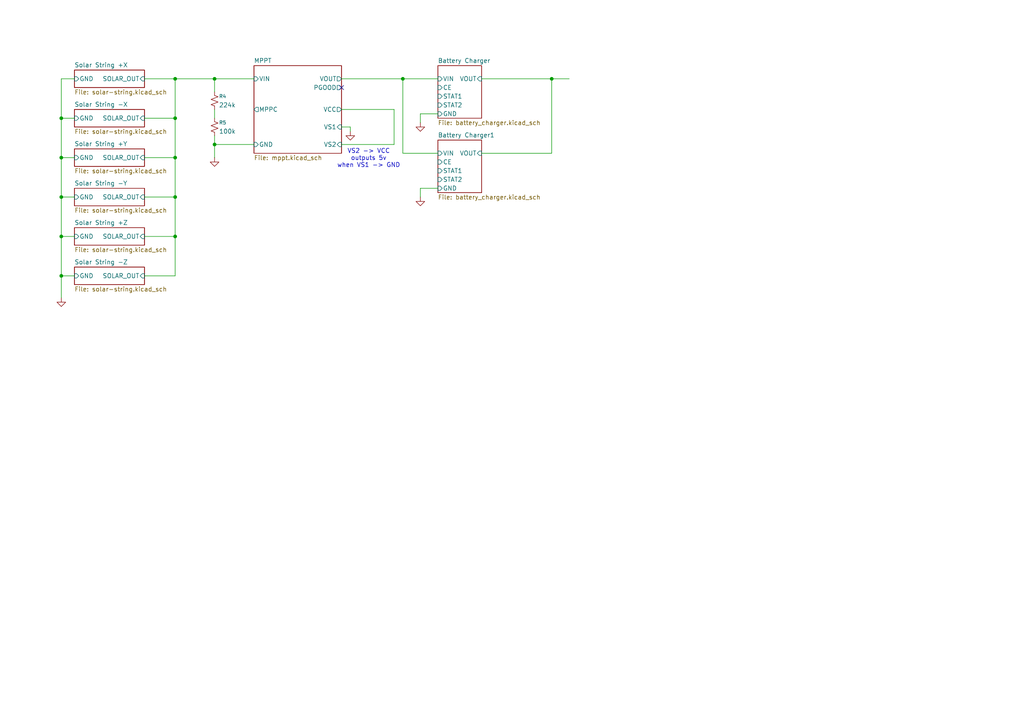
<source format=kicad_sch>
(kicad_sch (version 20250114) (generator "eeschema") (generator_version "9.0")
  (paper "A4")
  (title_block (title "SCRT Cubesat EPS") (date "2025-08-22") (rev "1") (company "OSU"))
  (lib_symbols
    (symbol "Device:R_Small_US" (pin_numbers (hide yes)) (pin_names (offset 0.254) (hide yes))
      (property "Reference" "R" (at 0.762 0.508 0))
      (property "Value" "R_Small_US" (at 0.762 -1.016 0))
      (symbol "R_Small_US_1_1"
        (polyline (pts (xy 0 1.524) (xy 1.016 1.143) (xy 0 0.762) (xy -1.016 0.381) (xy 0 0)))
        (polyline (pts (xy 0 0) (xy 1.016 -0.381) (xy 0 -0.762) (xy -1.016 -1.143) (xy 0 -1.524)))
        (pin passive line (at 0 2.54 270) (length 1.016) (name "~") (number "1"))
        (pin passive line (at 0 -2.54 90) (length 1.016) (name "~") (number "2"))
      )
    )
    (symbol "power:GND" (power) (pin_numbers (hide yes)) (pin_names (offset 0) (hide yes))
      (property "Value" "GND" (at 0 -3.81 0))
      (symbol "GND_0_1"
        (polyline (pts (xy 0 0) (xy 0 -1.27) (xy 1.27 -1.27) (xy 0 -2.54) (xy -1.27 -1.27) (xy 0 -1.27)))
      )
      (symbol "GND_1_1"
        (pin power_in line (at 0 0 270) (length 0) (name "~") (number "1"))
      )
    )
  )
  (text "VS2 -> VCC\noutputs 5v\nwhen VS1 -> GND" (at 106.934 45.974 0) (effects (font (size 1.27 1.27))))
  (junction (at 116.84 22.86))
  (junction (at 17.78 45.72))
  (junction (at 50.8 68.58))
  (junction (at 50.8 45.72))
  (junction (at 17.78 68.58))
  (junction (at 50.8 22.86))
  (junction (at 160.02 22.86))
  (junction (at 17.78 34.29))
  (junction (at 17.78 80.01))
  (junction (at 62.23 41.91))
  (junction (at 50.8 34.29))
  (junction (at 50.8 57.15))
  (junction (at 17.78 57.15))
  (junction (at 62.23 22.86))
  (no_connect (at 99.06 25.4))
  (wire (pts (xy 41.91 68.58) (xy 50.8 68.58)))
  (wire (pts (xy 99.06 36.83) (xy 101.6 36.83)))
  (wire (pts (xy 139.7 22.86) (xy 160.02 22.86)))
  (wire (pts (xy 160.02 22.86) (xy 165.1 22.86)))
  (wire (pts (xy 114.3 31.75) (xy 99.06 31.75)))
  (wire (pts (xy 17.78 57.15) (xy 17.78 68.58)))
  (wire (pts (xy 17.78 34.29) (xy 21.59 34.29)))
  (wire (pts (xy 17.78 57.15) (xy 21.59 57.15)))
  (wire (pts (xy 17.78 68.58) (xy 21.59 68.58)))
  (wire (pts (xy 121.92 54.61) (xy 121.92 57.15)))
  (wire (pts (xy 17.78 80.01) (xy 21.59 80.01)))
  (wire (pts (xy 50.8 68.58) (xy 50.8 57.15)))
  (wire (pts (xy 17.78 80.01) (xy 17.78 86.36)))
  (wire (pts (xy 114.3 41.91) (xy 114.3 31.75)))
  (wire (pts (xy 17.78 22.86) (xy 17.78 34.29)))
  (wire (pts (xy 62.23 45.72) (xy 62.23 41.91)))
  (wire (pts (xy 41.91 57.15) (xy 50.8 57.15)))
  (wire (pts (xy 62.23 22.86) (xy 73.66 22.86)))
  (wire (pts (xy 41.91 22.86) (xy 50.8 22.86)))
  (wire (pts (xy 17.78 34.29) (xy 17.78 45.72)))
  (wire (pts (xy 160.02 44.45) (xy 160.02 22.86)))
  (wire (pts (xy 121.92 33.02) (xy 127 33.02)))
  (wire (pts (xy 116.84 22.86) (xy 116.84 44.45)))
  (wire (pts (xy 50.8 22.86) (xy 62.23 22.86)))
  (wire (pts (xy 50.8 57.15) (xy 50.8 45.72)))
  (wire (pts (xy 139.7 44.45) (xy 160.02 44.45)))
  (wire (pts (xy 21.59 22.86) (xy 17.78 22.86)))
  (wire (pts (xy 116.84 44.45) (xy 127 44.45)))
  (wire (pts (xy 50.8 45.72) (xy 50.8 34.29)))
  (wire (pts (xy 17.78 45.72) (xy 21.59 45.72)))
  (wire (pts (xy 62.23 41.91) (xy 73.66 41.91)))
  (wire (pts (xy 127 54.61) (xy 121.92 54.61)))
  (wire (pts (xy 50.8 34.29) (xy 50.8 22.86)))
  (wire (pts (xy 99.06 41.91) (xy 114.3 41.91)))
  (wire (pts (xy 116.84 22.86) (xy 127 22.86)))
  (wire (pts (xy 101.6 36.83) (xy 101.6 38.1)))
  (wire (pts (xy 41.91 34.29) (xy 50.8 34.29)))
  (wire (pts (xy 62.23 31.75) (xy 62.23 34.29)))
  (wire (pts (xy 121.92 35.56) (xy 121.92 33.02)))
  (wire (pts (xy 62.23 39.37) (xy 62.23 41.91)))
  (wire (pts (xy 41.91 45.72) (xy 50.8 45.72)))
  (wire (pts (xy 50.8 80.01) (xy 50.8 68.58)))
  (wire (pts (xy 41.91 80.01) (xy 50.8 80.01)))
  (wire (pts (xy 99.06 22.86) (xy 116.84 22.86)))
  (wire (pts (xy 17.78 68.58) (xy 17.78 80.01)))
  (wire (pts (xy 62.23 22.86) (xy 62.23 26.67)))
  (wire (pts (xy 17.78 45.72) (xy 17.78 57.15)))
  (symbol (lib_id "power:GND") (at 17.78 86.36 0) (unit 1)
    (property "Reference" "#PWR01" (effects (hide yes)))
    (property "Value" "GND" (effects (hide yes)))
    (property "Description" "Power symbol creates a global label with name \"GND\" , ground" (effects (hide yes)))
  )
  (symbol (lib_id "Device:R_Small_US") (at 62.23 29.21 0) (unit 1)
    (property "Reference" "R4" (at 63.5 27.94 0) (effects (font (size 1.016 1.016)) (justify left)))
    (property "Value" "224k" (at 63.5 30.48 0) (effects (justify left)))
    (property "Description" "Resistor, small US symbol" (effects (hide yes)))
  )
  (symbol (lib_id "power:GND") (at 62.23 45.72 0) (unit 1)
    (property "Reference" "#PWR02" (effects (hide yes)))
    (property "Value" "GND" (effects (hide yes)))
    (property "Description" "Power symbol creates a global label with name \"GND\" , ground" (effects (hide yes)))
  )
  (symbol (lib_id "power:GND") (at 121.92 35.56 0) (unit 1)
    (property "Reference" "#PWR04" (effects (hide yes)))
    (property "Value" "GND" (effects (hide yes)))
    (property "Description" "Power symbol creates a global label with name \"GND\" , ground" (effects (hide yes)))
  )
  (symbol (lib_id "power:GND") (at 121.92 57.15 0) (unit 1)
    (property "Reference" "#PWR05" (effects (hide yes)))
    (property "Value" "GND" (effects (hide yes)))
    (property "Description" "Power symbol creates a global label with name \"GND\" , ground" (effects (hide yes)))
  )
  (symbol (lib_id "Device:R_Small_US") (at 62.23 36.83 0) (unit 1)
    (property "Reference" "R5" (at 63.5 35.56 0) (effects (font (size 1.016 1.016)) (justify left)))
    (property "Value" "100k" (at 63.5 38.1 0) (effects (justify left)))
    (property "Description" "Resistor, small US symbol" (effects (hide yes)))
  )
  (symbol (lib_id "power:GND") (at 101.6 38.1 0) (unit 1)
    (property "Reference" "#PWR03" (effects (hide yes)))
    (property "Value" "GND" (effects (hide yes)))
    (property "Description" "Power symbol creates a global label with name \"GND\" , ground" (effects (hide yes)))
  )
  (sheet (at 21.59 54.61) (size 20.32 5.08) (stroke (width 0.1524))
    (property "Sheetname" "Solar String -Y" (at 21.59 53.8984 0) (effects (justify left bottom)))
    (property "Sheetfile" "solar-string.kicad_sch" (at 21.59 60.2746 0) (effects (justify left top)))
    (pin "SOLAR_OUT" input (at 41.91 57.15 0))
    (pin "GND" input (at 21.59 57.15 180))
  )
  (sheet (at 21.59 31.75) (size 20.32 5.08) (stroke (width 0.1524))
    (property "Sheetname" "Solar String -X" (at 21.59 31.0384 0) (effects (justify left bottom)))
    (property "Sheetfile" "solar-string.kicad_sch" (at 21.59 37.4146 0) (effects (justify left top)))
    (pin "SOLAR_OUT" input (at 41.91 34.29 0))
    (pin "GND" input (at 21.59 34.29 180))
  )
  (sheet (at 127 40.64) (size 12.7 15.24) (stroke (width 0.1524))
    (property "Sheetname" "Battery Charger1" (at 127 39.9284 0) (effects (justify left bottom)))
    (property "Sheetfile" "battery_charger.kicad_sch" (at 127 56.4646 0) (effects (justify left top)))
    (pin "CE" input (at 127 46.99 180))
    (pin "STAT1" input (at 127 49.53 180))
    (pin "STAT2" input (at 127 52.07 180))
    (pin "VIN" input (at 127 44.45 180))
    (pin "VOUT" input (at 139.7 44.45 0))
    (pin "GND" input (at 127 54.61 180))
  )
  (sheet (at 21.59 77.47) (size 20.32 5.08) (stroke (width 0.1524))
    (property "Sheetname" "Solar String -Z" (at 21.59 76.7584 0) (effects (justify left bottom)))
    (property "Sheetfile" "solar-string.kicad_sch" (at 21.59 83.1346 0) (effects (justify left top)))
    (pin "SOLAR_OUT" input (at 41.91 80.01 0))
    (pin "GND" input (at 21.59 80.01 180))
  )
  (sheet (at 21.59 66.04) (size 20.32 5.08) (stroke (width 0.1524))
    (property "Sheetname" "Solar String +Z" (at 21.59 65.3284 0) (effects (justify left bottom)))
    (property "Sheetfile" "solar-string.kicad_sch" (at 21.59 71.7046 0) (effects (justify left top)))
    (pin "SOLAR_OUT" input (at 41.91 68.58 0))
    (pin "GND" input (at 21.59 68.58 180))
  )
  (sheet (at 21.59 20.32) (size 20.32 5.08) (stroke (width 0.1524))
    (property "Sheetname" "Solar String +X" (at 21.59 19.6084 0) (effects (justify left bottom)))
    (property "Sheetfile" "solar-string.kicad_sch" (at 21.59 25.9846 0) (effects (justify left top)))
    (pin "SOLAR_OUT" input (at 41.91 22.86 0))
    (pin "GND" input (at 21.59 22.86 180))
  )
  (sheet (at 127 19.05) (size 12.7 15.24) (stroke (width 0.1524))
    (property "Sheetname" "Battery Charger" (at 127 18.3384 0) (effects (justify left bottom)))
    (property "Sheetfile" "battery_charger.kicad_sch" (at 127 34.8746 0) (effects (justify left top)))
    (pin "CE" input (at 127 25.4 180))
    (pin "STAT1" input (at 127 27.94 180))
    (pin "STAT2" input (at 127 30.48 180))
    (pin "VIN" input (at 127 22.86 180))
    (pin "VOUT" input (at 139.7 22.86 0))
    (pin "GND" input (at 127 33.02 180))
  )
  (sheet (at 21.59 43.18) (size 20.32 5.08) (stroke (width 0.1524))
    (property "Sheetname" "Solar String +Y" (at 21.59 42.4684 0) (effects (justify left bottom)))
    (property "Sheetfile" "solar-string.kicad_sch" (at 21.59 48.8446 0) (effects (justify left top)))
    (pin "SOLAR_OUT" input (at 41.91 45.72 0))
    (pin "GND" input (at 21.59 45.72 180))
  )
  (sheet (at 73.66 19.05) (size 25.4 25.4) (stroke (width 0.1524))
    (property "Sheetname" "MPPT" (at 73.66 18.3384 0) (effects (justify left bottom)))
    (property "Sheetfile" "mppt.kicad_sch" (at 73.66 45.0346 0) (effects (justify left top)))
    (pin "GND" input (at 73.66 41.91 180))
    (pin "MPPC" output (at 73.66 31.75 180))
    (pin "PGOOD" output (at 99.06 25.4 0))
    (pin "VCC" output (at 99.06 31.75 0))
    (pin "VIN" input (at 73.66 22.86 180))
    (pin "VOUT" output (at 99.06 22.86 0))
    (pin "VS1" input (at 99.06 36.83 0))
    (pin "VS2" input (at 99.06 41.91 0))
  )
)
</source>
